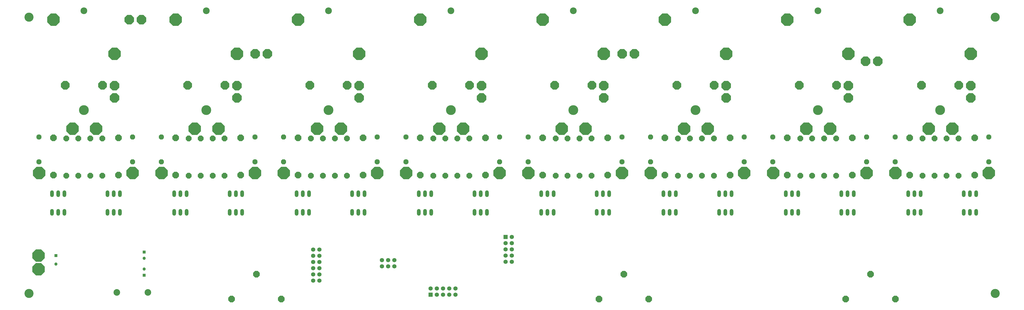
<source format=gbs>
G04*
G04 #@! TF.GenerationSoftware,Altium Limited,Altium Designer,19.1.9 (167)*
G04*
G04 Layer_Color=16711935*
%FSLAX44Y44*%
%MOMM*%
G71*
G01*
G75*
%ADD39C,3.7033*%
%ADD40C,1.7532*%
%ADD41R,1.7532X1.7532*%
%ADD42P,5.5439X8X292.5*%
%ADD43P,4.2129X8X292.5*%
%ADD44P,4.2129X8X202.5*%
%ADD45C,2.7032*%
%ADD46P,2.8819X8X22.5*%
%ADD47P,2.2431X8X292.5*%
%ADD48P,2.5093X8X112.5*%
%ADD49C,1.7272*%
%ADD50R,1.7532X1.7532*%
%ADD51P,3.7940X8X292.5*%
%ADD52C,4.0132*%
%ADD53C,2.7432*%
%ADD54O,1.4732X2.7432*%
%ADD55C,1.3032*%
%ADD56R,1.3032X1.3032*%
%ADD57P,2.8819X8X292.5*%
D39*
X250000Y2930000D02*
D03*
X4200000D02*
D03*
Y1800000D02*
D03*
X250000D02*
D03*
D40*
X1993650Y1795031D02*
D03*
X1968250Y1820431D02*
D03*
Y1795031D02*
D03*
X1942850Y1820431D02*
D03*
Y1795031D02*
D03*
X1917450Y1820431D02*
D03*
Y1795031D02*
D03*
X1892050Y1820431D02*
D03*
X1993650D02*
D03*
X2198750Y1929200D02*
D03*
X2224150Y1954600D02*
D03*
X2198750D02*
D03*
X2224150Y1980000D02*
D03*
X2198750D02*
D03*
X2224150Y2005400D02*
D03*
X2198750D02*
D03*
X2224150Y2030800D02*
D03*
Y1929200D02*
D03*
D41*
X1892050Y1795031D02*
D03*
D42*
X289000Y1955000D02*
D03*
Y1899000D02*
D03*
X4100000Y2780000D02*
D03*
X3600000Y2780000D02*
D03*
X3100000Y2780000D02*
D03*
X2600000Y2780000D02*
D03*
X2100000Y2780000D02*
D03*
X1600000Y2780000D02*
D03*
X1100000Y2780000D02*
D03*
X600000Y2780000D02*
D03*
X4174000Y2292800D02*
D03*
X3674000Y2292800D02*
D03*
X3174001Y2292800D02*
D03*
X2674000Y2292800D02*
D03*
X2174001Y2292800D02*
D03*
X1674000Y2292800D02*
D03*
X1174000Y2292800D02*
D03*
X674000Y2292800D02*
D03*
X4025000Y2474000D02*
D03*
X3525000Y2474000D02*
D03*
X3025000Y2474000D02*
D03*
X2525000Y2474000D02*
D03*
X2025000Y2474000D02*
D03*
X1525000Y2474000D02*
D03*
X1025000Y2474000D02*
D03*
X525000Y2474000D02*
D03*
X3850000Y2920000D02*
D03*
X3350000D02*
D03*
X2850000D02*
D03*
X2350000D02*
D03*
X1850000D02*
D03*
X1350000D02*
D03*
X850000D02*
D03*
X350000D02*
D03*
X3792000Y2292800D02*
D03*
X3292000Y2292800D02*
D03*
X2792000Y2292800D02*
D03*
X2292000Y2292800D02*
D03*
X1792000Y2292800D02*
D03*
X1292000Y2292800D02*
D03*
X792000Y2292800D02*
D03*
X292000Y2292800D02*
D03*
X3928000Y2474000D02*
D03*
X3428000Y2474000D02*
D03*
X2928000Y2474000D02*
D03*
X2428000Y2474000D02*
D03*
X1928000Y2474000D02*
D03*
X1428000Y2474000D02*
D03*
X928000Y2474000D02*
D03*
X428000Y2474000D02*
D03*
D43*
X4100000Y2600000D02*
D03*
Y2650000D02*
D03*
X3600000Y2600000D02*
D03*
Y2650000D02*
D03*
X3100000Y2600000D02*
D03*
Y2650000D02*
D03*
X2600000Y2600000D02*
D03*
Y2650000D02*
D03*
X2100000Y2600000D02*
D03*
Y2650000D02*
D03*
X1600000Y2600000D02*
D03*
Y2650000D02*
D03*
X1100000Y2600000D02*
D03*
Y2650000D02*
D03*
X600000Y2600000D02*
D03*
Y2650000D02*
D03*
D44*
X3670000Y2750000D02*
D03*
X3720000D02*
D03*
X2725000Y2780000D02*
D03*
X2675000D02*
D03*
X1175000D02*
D03*
X1225000D02*
D03*
X660000Y2920000D02*
D03*
X710000D02*
D03*
D45*
X609000Y1804500D02*
D03*
X736000D02*
D03*
D46*
X3690000Y1878400D02*
D03*
X3791600Y1776800D02*
D03*
X3588400D02*
D03*
X2681600Y1878401D02*
D03*
X2783200Y1776801D02*
D03*
X2580000D02*
D03*
X1180000Y1878401D02*
D03*
X1281600Y1776801D02*
D03*
X1078400D02*
D03*
D47*
X4174001Y2338037D02*
D03*
Y2439637D02*
D03*
X3674001Y2338037D02*
D03*
Y2439637D02*
D03*
X3174001Y2338037D02*
D03*
Y2439637D02*
D03*
X2674000Y2338037D02*
D03*
Y2439637D02*
D03*
X2174001Y2338037D02*
D03*
Y2439637D02*
D03*
X1674000Y2338037D02*
D03*
Y2439637D02*
D03*
X1174001Y2338037D02*
D03*
Y2439637D02*
D03*
X674000Y2338037D02*
D03*
Y2439637D02*
D03*
X3791000Y2338037D02*
D03*
Y2439637D02*
D03*
X3291000Y2338037D02*
D03*
Y2439637D02*
D03*
X2791001Y2338037D02*
D03*
Y2439637D02*
D03*
X2291000Y2338037D02*
D03*
Y2439637D02*
D03*
X1791001Y2338037D02*
D03*
Y2439637D02*
D03*
X1291000Y2338037D02*
D03*
Y2439637D02*
D03*
X791001Y2338037D02*
D03*
Y2439637D02*
D03*
X291000Y2338037D02*
D03*
Y2439637D02*
D03*
D48*
X4050000Y2433990D02*
D03*
Y2281590D02*
D03*
X3550000Y2433990D02*
D03*
Y2281590D02*
D03*
X3050000Y2433990D02*
D03*
Y2281590D02*
D03*
X2550000Y2433991D02*
D03*
Y2281591D02*
D03*
X2050000Y2433990D02*
D03*
Y2281590D02*
D03*
X1550000Y2433990D02*
D03*
Y2281591D02*
D03*
X1050000Y2433991D02*
D03*
Y2281591D02*
D03*
X550000Y2433991D02*
D03*
Y2281591D02*
D03*
X4001000Y2433990D02*
D03*
Y2281590D02*
D03*
X3501000Y2433990D02*
D03*
Y2281590D02*
D03*
X3001000Y2433990D02*
D03*
Y2281590D02*
D03*
X2501000Y2433991D02*
D03*
Y2281591D02*
D03*
X2001000Y2433990D02*
D03*
Y2281590D02*
D03*
X1501000Y2433990D02*
D03*
Y2281591D02*
D03*
X1001000Y2433991D02*
D03*
Y2281591D02*
D03*
X501000Y2433990D02*
D03*
Y2281590D02*
D03*
X3903000Y2433990D02*
D03*
Y2281590D02*
D03*
X3403000Y2433990D02*
D03*
Y2281590D02*
D03*
X2903000Y2433990D02*
D03*
Y2281590D02*
D03*
X2403000Y2433991D02*
D03*
Y2281591D02*
D03*
X1903000Y2433990D02*
D03*
Y2281590D02*
D03*
X1403000Y2433990D02*
D03*
Y2281591D02*
D03*
X903000Y2433991D02*
D03*
Y2281591D02*
D03*
X403000Y2433990D02*
D03*
Y2281590D02*
D03*
X3952000Y2433990D02*
D03*
Y2281590D02*
D03*
X3452000Y2433990D02*
D03*
Y2281590D02*
D03*
X2952000Y2433990D02*
D03*
Y2281590D02*
D03*
X2452000Y2433991D02*
D03*
Y2281591D02*
D03*
X1952000Y2433990D02*
D03*
Y2281590D02*
D03*
X1452000Y2433990D02*
D03*
Y2281591D02*
D03*
X952000Y2433991D02*
D03*
Y2281591D02*
D03*
X452000Y2433990D02*
D03*
Y2281590D02*
D03*
D49*
X1743800Y1911000D02*
D03*
X1718400D02*
D03*
X1693000D02*
D03*
Y1936000D02*
D03*
X1718400D02*
D03*
X1743800D02*
D03*
X1412250Y1979050D02*
D03*
Y1953650D02*
D03*
Y1928250D02*
D03*
X1437250D02*
D03*
Y1953650D02*
D03*
Y1979050D02*
D03*
Y1903050D02*
D03*
Y1877650D02*
D03*
Y1852250D02*
D03*
X1412250D02*
D03*
Y1877650D02*
D03*
Y1903050D02*
D03*
D50*
X2198750Y2030800D02*
D03*
D51*
X3898800Y2651600D02*
D03*
X4051200D02*
D03*
X3398800Y2651600D02*
D03*
X3551200D02*
D03*
X2898800D02*
D03*
X3051200D02*
D03*
X2398800Y2651600D02*
D03*
X2551200D02*
D03*
X1898800Y2651600D02*
D03*
X2051200D02*
D03*
X1398800D02*
D03*
X1551200D02*
D03*
X898800Y2651600D02*
D03*
X1051200D02*
D03*
X398800Y2651600D02*
D03*
X551200D02*
D03*
D52*
X3975000Y2550000D02*
D03*
X3475000Y2550000D02*
D03*
X2975000D02*
D03*
X2475000Y2550000D02*
D03*
X1975000Y2550000D02*
D03*
X1475000D02*
D03*
X975000Y2550000D02*
D03*
X475000Y2550000D02*
D03*
D53*
X3975000Y2956400D02*
D03*
X3475000Y2956400D02*
D03*
X2975000D02*
D03*
X2475000Y2956400D02*
D03*
X1975000Y2956400D02*
D03*
X1475000D02*
D03*
X975000Y2956400D02*
D03*
X475000Y2956400D02*
D03*
D54*
X4071147Y2131900D02*
D03*
X4096547D02*
D03*
Y2208100D02*
D03*
X4071147D02*
D03*
X4121947Y2131900D02*
D03*
Y2208100D02*
D03*
X3571147Y2131900D02*
D03*
X3596547D02*
D03*
Y2208100D02*
D03*
X3571147D02*
D03*
X3621947Y2131900D02*
D03*
Y2208100D02*
D03*
X3071147Y2131900D02*
D03*
X3096547D02*
D03*
Y2208100D02*
D03*
X3071147D02*
D03*
X3121947Y2131900D02*
D03*
Y2208100D02*
D03*
X2571147Y2131900D02*
D03*
X2596547D02*
D03*
Y2208100D02*
D03*
X2571147D02*
D03*
X2621947Y2131900D02*
D03*
Y2208100D02*
D03*
X2071147Y2131900D02*
D03*
X2096547D02*
D03*
Y2208100D02*
D03*
X2071147D02*
D03*
X2121947Y2131900D02*
D03*
Y2208100D02*
D03*
X1571147Y2131900D02*
D03*
X1596547D02*
D03*
Y2208100D02*
D03*
X1571147D02*
D03*
X1621947Y2131900D02*
D03*
Y2208100D02*
D03*
X1071147Y2131900D02*
D03*
X1096547D02*
D03*
Y2208100D02*
D03*
X1071147D02*
D03*
X1121947Y2131900D02*
D03*
Y2208100D02*
D03*
X571147Y2131900D02*
D03*
X596547D02*
D03*
Y2208100D02*
D03*
X571147D02*
D03*
X621947Y2131900D02*
D03*
Y2208100D02*
D03*
X3844053Y2131900D02*
D03*
X3869453D02*
D03*
Y2208100D02*
D03*
X3844053D02*
D03*
X3894853Y2131900D02*
D03*
Y2208100D02*
D03*
X3344053Y2131900D02*
D03*
X3369453D02*
D03*
Y2208100D02*
D03*
X3344053D02*
D03*
X3394853Y2131900D02*
D03*
Y2208100D02*
D03*
X2844053Y2131900D02*
D03*
X2869453D02*
D03*
Y2208100D02*
D03*
X2844053D02*
D03*
X2894853Y2131900D02*
D03*
Y2208100D02*
D03*
X2344053Y2131900D02*
D03*
X2369453D02*
D03*
Y2208100D02*
D03*
X2344053D02*
D03*
X2394853Y2131900D02*
D03*
Y2208100D02*
D03*
X1844053Y2131900D02*
D03*
X1869453D02*
D03*
Y2208100D02*
D03*
X1844053D02*
D03*
X1894853Y2131900D02*
D03*
Y2208100D02*
D03*
X1344053Y2131900D02*
D03*
X1369453D02*
D03*
Y2208100D02*
D03*
X1344053D02*
D03*
X1394853Y2131900D02*
D03*
Y2208100D02*
D03*
X844053Y2131900D02*
D03*
X869453D02*
D03*
Y2208100D02*
D03*
X844053D02*
D03*
X894853Y2131900D02*
D03*
Y2208100D02*
D03*
X344053Y2131900D02*
D03*
X369453D02*
D03*
Y2208100D02*
D03*
X344053D02*
D03*
X394853Y2131900D02*
D03*
Y2208100D02*
D03*
D55*
X720750Y1899750D02*
D03*
X721000Y1944000D02*
D03*
X360000Y1920000D02*
D03*
D56*
X720750Y1874750D02*
D03*
X721000Y1969000D02*
D03*
X360000Y1955000D02*
D03*
D57*
X4116000Y2283800D02*
D03*
Y2436200D02*
D03*
X3616000Y2283800D02*
D03*
Y2436200D02*
D03*
X3116000Y2283800D02*
D03*
Y2436200D02*
D03*
X2616000Y2283800D02*
D03*
Y2436200D02*
D03*
X2116000Y2283800D02*
D03*
Y2436200D02*
D03*
X1616000Y2283800D02*
D03*
Y2436200D02*
D03*
X1116000Y2283800D02*
D03*
Y2436200D02*
D03*
X616000Y2283800D02*
D03*
Y2436200D02*
D03*
X3850000Y2283800D02*
D03*
Y2436200D02*
D03*
X3350000Y2283800D02*
D03*
Y2436200D02*
D03*
X2850000Y2283800D02*
D03*
Y2436200D02*
D03*
X2350000Y2283800D02*
D03*
Y2436200D02*
D03*
X1850000Y2283800D02*
D03*
Y2436200D02*
D03*
X1350000Y2283800D02*
D03*
Y2436200D02*
D03*
X850000Y2283800D02*
D03*
Y2436200D02*
D03*
X350000Y2283800D02*
D03*
Y2436200D02*
D03*
M02*

</source>
